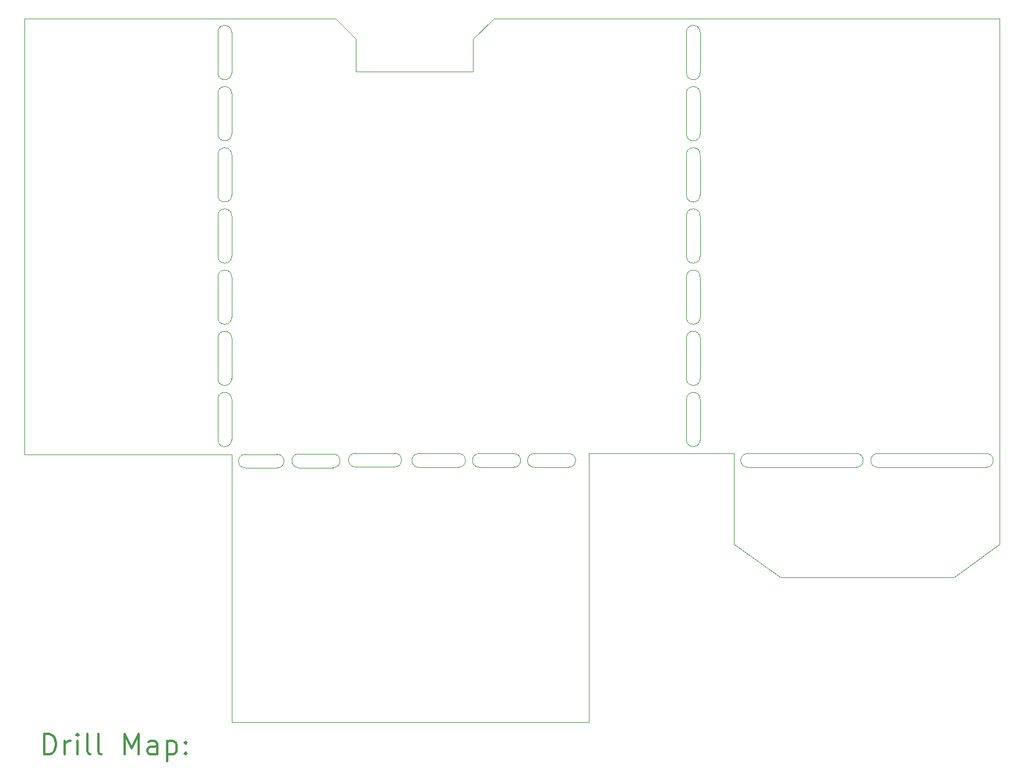
<source format=gbr>
%FSLAX45Y45*%
G04 Gerber Fmt 4.5, Leading zero omitted, Abs format (unit mm)*
G04 Created by KiCad (PCBNEW (5.1.9)-1) date 2021-01-19 07:45:16*
%MOMM*%
%LPD*%
G01*
G04 APERTURE LIST*
%TA.AperFunction,Profile*%
%ADD10C,0.050000*%
%TD*%
%ADD11C,0.200000*%
%ADD12C,0.300000*%
G04 APERTURE END LIST*
D10*
X5500000Y-9820000D02*
X5500000Y-13720000D01*
X2490000Y-9820000D02*
X5500000Y-9820000D01*
X5300000Y-9020000D02*
X5300000Y-9610000D01*
X5300000Y-9020000D02*
G75*
G02*
X5500000Y-9020000I100000J0D01*
G01*
X5500000Y-9610000D02*
G75*
G02*
X5300000Y-9610000I-100000J0D01*
G01*
X5500000Y-9020000D02*
X5500000Y-9610000D01*
X5500000Y-6350000D02*
X5500000Y-6940000D01*
X5500000Y-7240000D02*
X5500000Y-7830000D01*
X5300000Y-5460000D02*
X5300000Y-6050000D01*
X5500000Y-6940000D02*
G75*
G02*
X5300000Y-6940000I-100000J0D01*
G01*
X5300000Y-6350000D02*
X5300000Y-6940000D01*
X5300000Y-6350000D02*
G75*
G02*
X5500000Y-6350000I100000J0D01*
G01*
X5500000Y-7830000D02*
G75*
G02*
X5300000Y-7830000I-100000J0D01*
G01*
X5500000Y-8130000D02*
X5500000Y-8720000D01*
X5500000Y-6050000D02*
G75*
G02*
X5300000Y-6050000I-100000J0D01*
G01*
X5300000Y-7240000D02*
X5300000Y-7830000D01*
X5300000Y-7240000D02*
G75*
G02*
X5500000Y-7240000I100000J0D01*
G01*
X5300000Y-5460000D02*
G75*
G02*
X5500000Y-5460000I100000J0D01*
G01*
X5300000Y-4570000D02*
G75*
G02*
X5500000Y-4570000I100000J0D01*
G01*
X5500000Y-4270000D02*
G75*
G02*
X5300000Y-4270000I-100000J0D01*
G01*
X5500000Y-3680000D02*
X5500000Y-4270000D01*
X5500000Y-5160000D02*
G75*
G02*
X5300000Y-5160000I-100000J0D01*
G01*
X5300000Y-4570000D02*
X5300000Y-5160000D01*
X5500000Y-4570000D02*
X5500000Y-5160000D01*
X5300000Y-3680000D02*
G75*
G02*
X5500000Y-3680000I100000J0D01*
G01*
X5500000Y-5460000D02*
X5500000Y-6050000D01*
X5300000Y-3680000D02*
X5300000Y-4270000D01*
X5300000Y-8130000D02*
X5300000Y-8720000D01*
X5500000Y-8720000D02*
G75*
G02*
X5300000Y-8720000I-100000J0D01*
G01*
X5300000Y-8130000D02*
G75*
G02*
X5500000Y-8130000I100000J0D01*
G01*
X2490000Y-3480000D02*
X2490000Y-9820000D01*
X12310000Y-3680000D02*
X12310000Y-4270000D01*
X12310000Y-4570000D02*
X12310000Y-5160000D01*
X12110000Y-4570000D02*
X12110000Y-5160000D01*
X12310000Y-5160000D02*
G75*
G02*
X12110000Y-5160000I-100000J0D01*
G01*
X12110000Y-3680000D02*
G75*
G02*
X12310000Y-3680000I100000J0D01*
G01*
X12310000Y-4270000D02*
G75*
G02*
X12110000Y-4270000I-100000J0D01*
G01*
X12110000Y-4570000D02*
G75*
G02*
X12310000Y-4570000I100000J0D01*
G01*
X12110000Y-3680000D02*
X12110000Y-4270000D01*
X12310000Y-5460000D02*
X12310000Y-6050000D01*
X12110000Y-5460000D02*
G75*
G02*
X12310000Y-5460000I100000J0D01*
G01*
X12110000Y-5460000D02*
X12110000Y-6050000D01*
X12310000Y-6050000D02*
G75*
G02*
X12110000Y-6050000I-100000J0D01*
G01*
X12310000Y-6350000D02*
X12310000Y-6940000D01*
X12110000Y-6350000D02*
X12110000Y-6940000D01*
X12310000Y-6940000D02*
G75*
G02*
X12110000Y-6940000I-100000J0D01*
G01*
X12110000Y-6350000D02*
G75*
G02*
X12310000Y-6350000I100000J0D01*
G01*
X12310000Y-7240000D02*
X12310000Y-7830000D01*
X12110000Y-7240000D02*
G75*
G02*
X12310000Y-7240000I100000J0D01*
G01*
X12110000Y-7240000D02*
X12110000Y-7830000D01*
X12310000Y-7830000D02*
G75*
G02*
X12110000Y-7830000I-100000J0D01*
G01*
X12310000Y-8130000D02*
X12310000Y-8720000D01*
X12110000Y-8130000D02*
G75*
G02*
X12310000Y-8130000I100000J0D01*
G01*
X12110000Y-8130000D02*
X12110000Y-8720000D01*
X12310000Y-8720000D02*
G75*
G02*
X12110000Y-8720000I-100000J0D01*
G01*
X8800000Y-9810000D02*
X8220000Y-9810000D01*
X8800000Y-9810000D02*
G75*
G02*
X8800000Y-10010000I0J-100000D01*
G01*
X8220000Y-10010000D02*
G75*
G02*
X8220000Y-9810000I0J100000D01*
G01*
X8800000Y-10010000D02*
X8220000Y-10010000D01*
X10690000Y-9810000D02*
X12800000Y-9810000D01*
X13475000Y-11610000D02*
X12800000Y-11130000D01*
X10690000Y-9810000D02*
X10690000Y-13720000D01*
X12800000Y-11130000D02*
X12800000Y-9810000D01*
X9010000Y-3780000D02*
X9310000Y-3480000D01*
X7010000Y-3480000D02*
X7310000Y-3780000D01*
X2490000Y-3480000D02*
X7010000Y-3480000D01*
X9010000Y-4250000D02*
X9010000Y-3780000D01*
X7310000Y-4250000D02*
X9010000Y-4250000D01*
X7310000Y-3780000D02*
X7310000Y-4250000D01*
X16665000Y-11130000D02*
X16005000Y-11610000D01*
X13475000Y-11610000D02*
X16005000Y-11610000D01*
X14890000Y-10010000D02*
G75*
G02*
X14890000Y-9810000I0J100000D01*
G01*
X16470000Y-9810000D02*
G75*
G02*
X16470000Y-10010000I0J-100000D01*
G01*
X16470000Y-10010000D02*
X14890000Y-10010000D01*
X16470000Y-9810000D02*
X14890000Y-9810000D01*
X14580000Y-9810000D02*
G75*
G02*
X14580000Y-10010000I0J-100000D01*
G01*
X13000000Y-10010000D02*
G75*
G02*
X13000000Y-9810000I0J100000D01*
G01*
X14580000Y-9810000D02*
X13000000Y-9810000D01*
X14580000Y-10010000D02*
X13000000Y-10010000D01*
X16665000Y-11130000D02*
X16665000Y-10005000D01*
X10690000Y-3480000D02*
X16665000Y-3480000D01*
X16665000Y-3480000D02*
X16665000Y-10005000D01*
X9310000Y-3480000D02*
X10690000Y-3480000D01*
X10690000Y-13720000D02*
X5500000Y-13720000D01*
X6160000Y-9820000D02*
X5700000Y-9820000D01*
X6975000Y-10015000D02*
X6475000Y-10015000D01*
X5700000Y-10020000D02*
G75*
G02*
X5700000Y-9820000I0J100000D01*
G01*
X6160000Y-9820000D02*
G75*
G02*
X6160000Y-10020000I0J-100000D01*
G01*
X6160000Y-10020000D02*
X5700000Y-10020000D01*
X6975000Y-9815000D02*
X6475000Y-9815000D01*
X6975000Y-9815000D02*
G75*
G02*
X6975000Y-10015000I0J-100000D01*
G01*
X6475000Y-10015000D02*
G75*
G02*
X6475000Y-9815000I0J100000D01*
G01*
X7870000Y-9805000D02*
G75*
G02*
X7870000Y-10005000I0J-100000D01*
G01*
X10400000Y-9810000D02*
G75*
G02*
X10400000Y-10010000I0J-100000D01*
G01*
X10400000Y-9810000D02*
X9900000Y-9810000D01*
X9100000Y-10010000D02*
G75*
G02*
X9100000Y-9810000I0J100000D01*
G01*
X7870000Y-9805000D02*
X7300000Y-9805000D01*
X9900000Y-10010000D02*
G75*
G02*
X9900000Y-9810000I0J100000D01*
G01*
X7300000Y-10005000D02*
G75*
G02*
X7300000Y-9805000I0J100000D01*
G01*
X9600000Y-9810000D02*
G75*
G02*
X9600000Y-10010000I0J-100000D01*
G01*
X9600000Y-9810000D02*
X9100000Y-9810000D01*
X7870000Y-10005000D02*
X7300000Y-10005000D01*
X9600000Y-10010000D02*
X9100000Y-10010000D01*
X10400000Y-10010000D02*
X9900000Y-10010000D01*
X12310000Y-9020000D02*
X12310000Y-9610000D01*
X12110000Y-9020000D02*
X12110000Y-9610000D01*
X12310000Y-9610000D02*
G75*
G02*
X12110000Y-9610000I-100000J0D01*
G01*
X12110000Y-9020000D02*
G75*
G02*
X12310000Y-9020000I100000J0D01*
G01*
D11*
D12*
X2773928Y-14188214D02*
X2773928Y-13888214D01*
X2845357Y-13888214D01*
X2888214Y-13902500D01*
X2916786Y-13931071D01*
X2931071Y-13959643D01*
X2945357Y-14016786D01*
X2945357Y-14059643D01*
X2931071Y-14116786D01*
X2916786Y-14145357D01*
X2888214Y-14173929D01*
X2845357Y-14188214D01*
X2773928Y-14188214D01*
X3073928Y-14188214D02*
X3073928Y-13988214D01*
X3073928Y-14045357D02*
X3088214Y-14016786D01*
X3102500Y-14002500D01*
X3131071Y-13988214D01*
X3159643Y-13988214D01*
X3259643Y-14188214D02*
X3259643Y-13988214D01*
X3259643Y-13888214D02*
X3245357Y-13902500D01*
X3259643Y-13916786D01*
X3273928Y-13902500D01*
X3259643Y-13888214D01*
X3259643Y-13916786D01*
X3445357Y-14188214D02*
X3416786Y-14173929D01*
X3402500Y-14145357D01*
X3402500Y-13888214D01*
X3602500Y-14188214D02*
X3573928Y-14173929D01*
X3559643Y-14145357D01*
X3559643Y-13888214D01*
X3945357Y-14188214D02*
X3945357Y-13888214D01*
X4045357Y-14102500D01*
X4145357Y-13888214D01*
X4145357Y-14188214D01*
X4416786Y-14188214D02*
X4416786Y-14031071D01*
X4402500Y-14002500D01*
X4373928Y-13988214D01*
X4316786Y-13988214D01*
X4288214Y-14002500D01*
X4416786Y-14173929D02*
X4388214Y-14188214D01*
X4316786Y-14188214D01*
X4288214Y-14173929D01*
X4273928Y-14145357D01*
X4273928Y-14116786D01*
X4288214Y-14088214D01*
X4316786Y-14073929D01*
X4388214Y-14073929D01*
X4416786Y-14059643D01*
X4559643Y-13988214D02*
X4559643Y-14288214D01*
X4559643Y-14002500D02*
X4588214Y-13988214D01*
X4645357Y-13988214D01*
X4673928Y-14002500D01*
X4688214Y-14016786D01*
X4702500Y-14045357D01*
X4702500Y-14131071D01*
X4688214Y-14159643D01*
X4673928Y-14173929D01*
X4645357Y-14188214D01*
X4588214Y-14188214D01*
X4559643Y-14173929D01*
X4831071Y-14159643D02*
X4845357Y-14173929D01*
X4831071Y-14188214D01*
X4816786Y-14173929D01*
X4831071Y-14159643D01*
X4831071Y-14188214D01*
X4831071Y-14002500D02*
X4845357Y-14016786D01*
X4831071Y-14031071D01*
X4816786Y-14016786D01*
X4831071Y-14002500D01*
X4831071Y-14031071D01*
M02*

</source>
